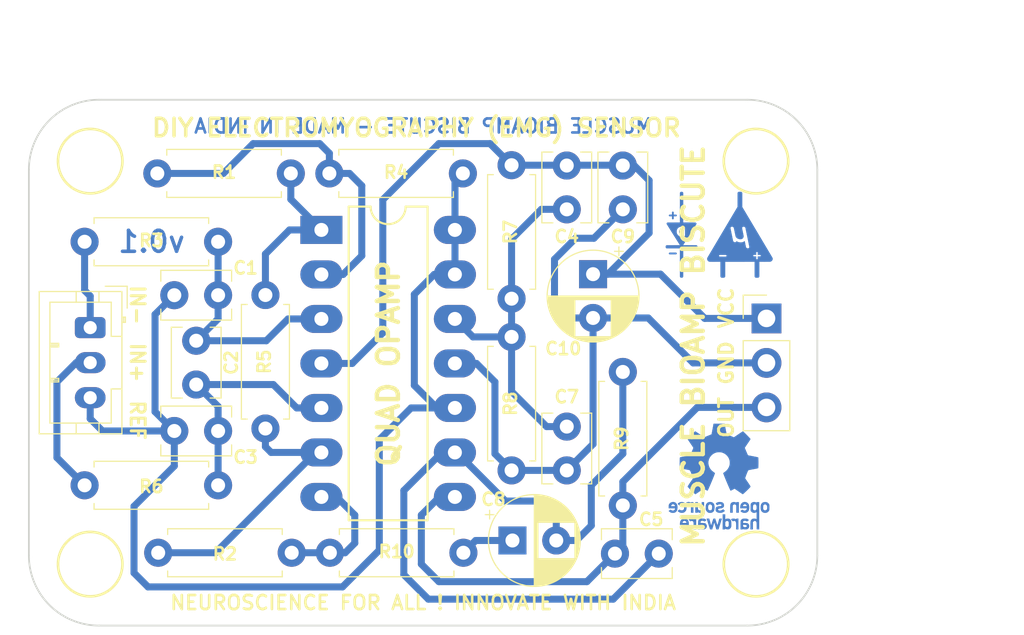
<source format=kicad_pcb>
(kicad_pcb (version 20211014) (generator pcbnew)
  (title_block (title "Muscle BioAmp BisCute") (date "2022-10-14") (rev "v0.1") (company "Upside Down Labs") (comment 1 "BandPass: 72 - 720 Hz") (comment 2 "Gain: x2420") (comment 3 "Quad OpAmp based BioAmp design") (comment 4 "Cute ElectroMyoGraphy (EMG) sensor"))
  (layers (0 "F.Cu" signal) (31 "B.Cu" signal) (34 "B.Paste" user) (35 "F.Paste" user) (36 "B.SilkS" user "B.Silkscreen") (37 "F.SilkS" user "F.Silkscreen") (38 "B.Mask" user) (39 "F.Mask" user) (44 "Edge.Cuts" user))
  (net 0 "")
  (net 1 "ampRef")
  (net 2 "inaIN-")
  (net 3 "inaIN+")
  (net 4 "+5V")
  (net 5 "Net-(C4-Pad1)")
  (net 6 "bpfOUT")
  (net 7 "Net-(C5-Pad1)")
  (net 8 "GND")
  (net 9 "Net-(C8-Pad1)")
  (net 10 "bioIN+")
  (net 11 "bioIN-")
  (net 12 "Net-(R1-Pad2)")
  (net 13 "Net-(R1-Pad1)")
  (net 14 "Net-(R2-Pad2)")
  (net 15 "inaOUT")
  (footprint "Capacitor_THT:C_Disc_D3.8mm_W2.6mm_P2.50mm" (layer "F.Cu") (at 129.68 88.805 180)
    (fp_text reference "C1")
    (fp_text value "1nF")
  )
  (footprint "Capacitor_THT:C_Disc_D3.8mm_W2.6mm_P2.50mm" (layer "F.Cu") (at 128.43 93.905 90)
    (fp_text reference "C2")
    (fp_text value "4.7nF")
  )
  (footprint "Capacitor_THT:C_Disc_D3.8mm_W2.6mm_P2.50mm" (layer "F.Cu") (at 127.18 96.555)
    (fp_text reference "C3")
    (fp_text value "1nF")
  )
  (footprint "Capacitor_THT:C_Disc_D3.8mm_W2.6mm_P2.50mm" (layer "F.Cu") (at 149.58 83.905 90)
    (fp_text reference "C4")
    (fp_text value "100nF")
  )
  (footprint "Capacitor_THT:C_Disc_D3.8mm_W2.6mm_P2.50mm" (layer "F.Cu") (at 154.83 103.555 180)
    (fp_text reference "C5")
    (fp_text value "1nF")
  )
  (footprint "Capacitor_THT:C_Disc_D3.8mm_W2.6mm_P2.50mm" (layer "F.Cu") (at 149.58 98.805 90)
    (fp_text reference "C7")
    (fp_text value "100nF")
  )
  (footprint "Capacitor_THT:CP_Radial_D5.0mm_P2.50mm" (layer "F.Cu") (at 146.48 102.805)
    (fp_text reference "C8")
    (fp_text value "2.2uF")
  )
  (footprint "Capacitor_THT:C_Disc_D3.8mm_W2.6mm_P2.50mm" (layer "F.Cu") (at 152.78 83.905 90)
    (fp_text reference "C9")
    (fp_text value "100nF")
  )
  (footprint "Capacitor_THT:CP_Radial_D5.0mm_P2.50mm" (layer "F.Cu") (at 151.08 87.605 -90)
    (fp_text reference "C10")
    (fp_text value "470uF")
  )
  (footprint "Connector_PinHeader_2.54mm:PinHeader_1x03_P2.54mm_Vertical" (layer "F.Cu") (at 160.98 90.13)
    (fp_text reference "J1" hide)
    (fp_text value "IO")
  )
  (footprint "Connector_JST:JST_PH_B3B-PH-K_1x03_P2.00mm_Vertical" (layer "F.Cu") (at 122.38 90.655 -90)
    (fp_text reference "J2" hide)
    (fp_text value "BioAmp_input")
  )
  (footprint "Resistor_THT:R_Axial_DIN0207_L6.3mm_D2.5mm_P7.62mm_Horizontal" (layer "F.Cu") (at 133.83 81.855 180)
    (fp_text reference "R1")
    (fp_text value "10k")
  )
  (footprint "Resistor_THT:R_Axial_DIN0207_L6.3mm_D2.5mm_P7.62mm_Horizontal" (layer "F.Cu") (at 133.88 103.505 180)
    (fp_text reference "R2")
    (fp_text value "100k")
  )
  (footprint "Resistor_THT:R_Axial_DIN0207_L6.3mm_D2.5mm_P7.62mm_Horizontal" (layer "F.Cu") (at 129.68 85.755 180)
    (fp_text reference "R3")
    (fp_text value "330R")
  )
  (footprint "Resistor_THT:R_Axial_DIN0207_L6.3mm_D2.5mm_P7.62mm_Horizontal" (layer "F.Cu") (at 136.03 81.855)
    (fp_text reference "R4")
    (fp_text value "100k")
  )
  (footprint "Resistor_THT:R_Axial_DIN0207_L6.3mm_D2.5mm_P7.62mm_Horizontal" (layer "F.Cu") (at 132.38 96.415 90)
    (fp_text reference "R5")
    (fp_text value "10k")
  )
  (footprint "Resistor_THT:R_Axial_DIN0207_L6.3mm_D2.5mm_P7.62mm_Horizontal" (layer "F.Cu") (at 129.68 99.655 180)
    (fp_text reference "R6")
    (fp_text value "330R")
  )
  (footprint "Resistor_THT:R_Axial_DIN0207_L6.3mm_D2.5mm_P7.62mm_Horizontal" (layer "F.Cu") (at 146.43 89.005 90)
    (fp_text reference "R7")
    (fp_text value "1M")
  )
  (footprint "Resistor_THT:R_Axial_DIN0207_L6.3mm_D2.5mm_P7.62mm_Horizontal" (layer "F.Cu") (at 146.43 98.805 90)
    (fp_text reference "R8")
    (fp_text value "1M")
  )
  (footprint "Resistor_THT:R_Axial_DIN0207_L6.3mm_D2.5mm_P7.62mm_Horizontal" (layer "F.Cu") (at 152.78 100.805 90)
    (fp_text reference "R9")
    (fp_text value "220k")
  )
  (footprint "Resistor_THT:R_Axial_DIN0207_L6.3mm_D2.5mm_P7.62mm_Horizontal" (layer "F.Cu") (at 143.68 103.505 180)
    (fp_text reference "R10")
    (fp_text value "1k")
  )
  (footprint "Package_DIP:DIP-14_W7.62mm_LongPads" (layer "F.Cu") (at 135.575 85.08)
    (fp_text reference "U1" hide)
    (fp_text value "Amp")
  )
  (footprint "MountingHole:MountingHole_2.2mm_M2" (layer "F.Cu") (at 160.38 104.155)
    (fp_text reference "H1" hide)
    (fp_text value "MountingHole")
  )
  (footprint "MountingHole:MountingHole_2.2mm_M2" (layer "F.Cu") (at 160.38 81.155)
    (fp_text reference "H2" hide)
    (fp_text value "MountingHole")
  )
  (footprint "MountingHole:MountingHole_2.2mm_M2" (layer "F.Cu") (at 122.38 104.155)
    (fp_text reference "H3" hide)
    (fp_text value "MountingHole")
  )
  (footprint "MountingHole:MountingHole_2.2mm_M2" (layer "F.Cu") (at 122.38 81.155)
    (fp_text reference "H4" hide)
    (fp_text value "MountingHole")
  )
  (footprint "Symbol:OSHW-Logo_5.7x6mm_Copper" (layer "B.Cu") (at 158.28 99.155 180)
    (fp_text reference "REF**" hide)
    (fp_text value "OSHW-Logo_5.7x6mm_Copper" hide)
  )
  (footprint "udlabs:UDL_Copper_6mm" (layer "B.Cu") (at 158.28 85.355 180)
    (fp_text reference "G***" hide)
    (fp_text value "LOGO" hide)
  )
  (gr_circle (center 122.38 104.155) (end 124.08 104.855) (layer "F.SilkS") (width 0.15) (fill none))
  (gr_circle (center 160.38 104.155) (end 162.08 104.855) (layer "F.SilkS") (width 0.15) (fill none))
  (gr_circle (center 160.38 81.155) (end 162.08 81.855) (layer "F.SilkS") (width 0.15) (fill none))
  (gr_circle (center 122.38 81.155) (end 124.08 81.855) (layer "F.SilkS") (width 0.15) (fill none))
  (gr_line (start 122.88 107.661573) (end 159.88 107.661573) (layer "Edge.Cuts") (width 0.1))
  (gr_arc (start 122.88 107.661573) (mid 120.051573 106.49) (end 118.88 103.661573) (layer "Edge.Cuts") (width 0.1))
  (gr_line (start 159.88 77.65) (end 122.88 77.65) (layer "Edge.Cuts") (width 0.1))
  (gr_arc (start 163.88 103.661573) (mid 162.708427 106.49) (end 159.88 107.661573) (layer "Edge.Cuts") (width 0.1))
  (gr_line (start 163.88 103.661573) (end 163.88 81.65) (layer "Edge.Cuts") (width 0.1))
  (gr_line (start 118.88 103.661573) (end 118.88 81.65) (layer "Edge.Cuts") (width 0.1))
  (gr_arc (start 159.88 77.65) (mid 162.708427 78.821573) (end 163.88 81.65) (layer "Edge.Cuts") (width 0.1))
  (gr_arc (start 118.88 81.65) (mid 120.051573 78.821573) (end 122.88 77.65) (layer "Edge.Cuts") (width 0.1))
  (gr_text "v0.1" (at 125.88 85.755) (layer "B.Cu") (effects (font (size 1.2 1.2) (thickness 0.2)) (justify mirror)))
  (gr_text "MUSCLE BIOAMP BISCUTE - MADE IN INDIA" (at 141.378864 79.155) (layer "B.Cu") (effects (font (size 0.8 0.8)) (justify mirror)))
  (gr_text "VCC" (at 158.68 89.532856 90) (layer "F.SilkS") (effects (font (size 0.8 0.8) (thickness 0.17))))
  (gr_text "OUT" (at 158.68 95.777144 90) (layer "F.SilkS") (effects (font (size 0.8 0.8) (thickness 0.17))))
  (gr_text "IN-" (at 125.08 89.369761 270) (layer "F.SilkS") (effects (font (size 0.8 0.8) (thickness 0.17))))
  (gr_text "IN+" (at 125.08 92.655 270) (layer "F.SilkS") (effects (font (size 0.8 0.8) (thickness 0.17))))
  (gr_text "REF" (at 125.08 95.940239 270) (layer "F.SilkS") (effects (font (size 0.8 0.8) (thickness 0.17))))
  (gr_text "DIY ELECTROMYOGRAPHY (EMG) SENSOR " (at 141.378864 79.255) (layer "F.SilkS") (effects (font (size 1 1) (thickness 0.2))))
  (gr_text "GND" (at 158.68 92.670001 90) (layer "F.SilkS") (effects (font (size 0.8 0.8) (thickness 0.17))))
  (gr_text "NEUROSCIENCE FOR ALL ! INNOVATE WITH INDIA" (at 141.38 106.355) (layer "F.SilkS") (effects (font (size 0.8 0.8))))
  (gr_text "QUAD OPAMP" (at 139.4 92.705 90) (layer "F.SilkS") (effects (font (size 1.2 1.2) (thickness 0.25))))
  (gr_text "MUSCLE BIOAMP BISCUTE" (at 156.8 91.7 90) (layer "F.SilkS") (effects (font (size 1.2 1.2) (thickness 0.25))))
  (segment (start 124.88 104.655) (end 125.68 105.455) (width 0.4) (layer "B.Cu") (net 1))
  (segment (start 136.78 105.455) (end 138.88 103.355) (width 0.4) (layer "B.Cu") (net 1))
  (segment (start 143.2 82.305) (end 143.65 81.855) (width 0.4) (layer "B.Cu") (net 1))
  (segment (start 138.88 103.355) (end 138.88 97.055) (width 0.4) (layer "B.Cu") (net 1))
  (segment (start 127.18 96.555) (end 127.18 98.555) (width 0.4) (layer "B.Cu") (net 1))
  (segment (start 122.38 95.855) (end 123.08 96.555) (width 0.4) (layer "B.Cu") (net 1))
  (segment (start 143.2 95.24) (end 142.165 95.24) (width 0.4) (layer "B.Cu") (net 1))
  (segment (start 127.18 88.805) (end 126.08 89.905) (width 0.4) (layer "B.Cu") (net 1))
  (segment (start 126.08 89.905) (end 126.08 95.455) (width 0.4) (layer "B.Cu") (net 1))
  (segment (start 140.88 88.755) (end 142.015 87.62) (width 0.4) (layer "B.Cu") (net 1))
  (segment (start 140.88 93.955) (end 140.88 88.755) (width 0.4) (layer "B.Cu") (net 1))
  (segment (start 125.68 105.455) (end 136.78 105.455) (width 0.4) (layer "B.Cu") (net 1))
  (segment (start 126.08 95.455) (end 127.18 96.555) (width 0.4) (layer "B.Cu") (net 1))
  (segment (start 122.38 94.655) (end 122.38 95.855) (width 0.4) (layer "B.Cu") (net 1))
  (segment (start 140.695 95.24) (end 143.2 95.24) (width 0.4) (layer "B.Cu") (net 1))
  (segment (start 143.2 85.08) (end 143.2 82.305) (width 0.4) (layer "B.Cu") (net 1))
  (segment (start 142.165 95.24) (end 140.88 93.955) (width 0.4) (layer "B.Cu") (net 1))
  (segment (start 127.18 98.555) (end 124.88 100.855) (width 0.4) (layer "B.Cu") (net 1))
  (segment (start 123.08 96.555) (end 127.18 96.555) (width 0.4) (layer "B.Cu") (net 1))
  (segment (start 143.2 85.08) (end 143.2 87.62) (width 0.4) (layer "B.Cu") (net 1))
  (segment (start 138.88 97.055) (end 140.695 95.24) (width 0.4) (layer "B.Cu") (net 1))
  (segment (start 124.88 100.855) (end 124.88 104.655) (width 0.4) (layer "B.Cu") (net 1))
  (segment (start 142.015 87.62) (end 143.2 87.62) (width 0.4) (layer "B.Cu") (net 1))
  (segment (start 132.43 91.405) (end 133.675 90.16) (width 0.4) (layer "B.Cu") (net 2))
  (segment (start 129.68 85.755) (end 129.68 88.805) (width 0.4) (layer "B.Cu") (net 2))
  (segment (start 133.675 90.16) (end 135.58 90.16) (width 0.4) (layer "B.Cu") (net 2))
  (segment (start 129.68 88.805) (end 129.68 90.155) (width 0.4) (layer "B.Cu") (net 2))
  (segment (start 128.43 91.405) (end 132.43 91.405) (width 0.4) (layer "B.Cu") (net 2))
  (segment (start 129.68 90.155) (end 128.43 91.405) (width 0.4) (layer "B.Cu") (net 2))
  (segment (start 134.165 95.24) (end 135.58 95.24) (width 0.4) (layer "B.Cu") (net 3))
  (segment (start 128.43 93.905) (end 132.83 93.905) (width 0.4) (layer "B.Cu") (net 3))
  (segment (start 132.83 93.905) (end 134.165 95.24) (width 0.4) (layer "B.Cu") (net 3))
  (segment (start 129.68 95.155) (end 128.43 93.905) (width 0.4) (layer "B.Cu") (net 3))
  (segment (start 129.68 96.555) (end 129.68 99.655) (width 0.4) (layer "B.Cu") (net 3))
  (segment (start 129.68 96.555) (end 129.68 95.155) (width 0.4) (layer "B.Cu") (net 3))
  (segment (start 137.335 92.7) (end 135.58 92.7) (width 0.4) (layer "B.Cu") (net 4))
  (segment (start 154.28 82.255) (end 154.28 85.255) (width 0.4) (layer "B.Cu") (net 4))
  (segment (start 152.78 81.405) (end 153.43 81.405) (width 0.4) (layer "B.Cu") (net 4))
  (segment (start 153.43 81.405) (end 154.28 82.255) (width 0.4) (layer "B.Cu") (net 4))
  (segment (start 146.43 81.385) (end 152.76 81.385) (width 0.4) (layer "B.Cu") (net 4))
  (segment (start 142.28 80.155) (end 139.08 83.355) (width 0.4) (layer "B.Cu") (net 4))
  (segment (start 154.28 85.255) (end 151.93 87.605) (width 0.4) (layer "B.Cu") (net 4))
  (segment (start 154.93 87.605) (end 157.455 90.13) (width 0.4) (layer "B.Cu") (net 4))
  (segment (start 151.08 87.605) (end 154.93 87.605) (width 0.4) (layer "B.Cu") (net 4))
  (segment (start 139.08 90.955) (end 137.335 92.7) (width 0.4) (layer "B.Cu") (net 4))
  (segment (start 152.76 81.385) (end 152.78 81.405) (width 0.4) (layer "B.Cu") (net 4))
  (segment (start 151.93 87.605) (end 151.08 87.605) (width 0.4) (layer "B.Cu") (net 4))
  (segment (start 157.455 90.13) (end 160.98 90.13) (width 0.4) (layer "B.Cu") (net 4))
  (segment (start 146.43 81.385) (end 145.2 80.155) (width 0.4) (layer "B.Cu") (net 4))
  (segment (start 145.2 80.155) (end 142.28 80.155) (width 0.4) (layer "B.Cu") (net 4))
  (segment (start 139.08 83.355) (end 139.08 90.955) (width 0.4) (layer "B.Cu") (net 4))
  (segment (start 146.43 94.305) (end 146.43 91.185) (width 0.4) (layer "B.Cu") (net 5))
  (segment (start 149.58 83.905) (end 148.13 83.905) (width 0.4) (layer "B.Cu") (net 5))
  (segment (start 149.58 96.305) (end 148.43 96.305) (width 0.4) (layer "B.Cu") (net 5))
  (segment (start 148.13 83.905) (end 146.43 85.605) (width 0.4) (layer "B.Cu") (net 5))
  (segment (start 148.43 96.305) (end 146.43 94.305) (width 0.4) (layer "B.Cu") (net 5))
  (segment (start 146.43 89.005) (end 146.43 91.185) (width 0.4) (layer "B.Cu") (net 5))
  (segment (start 146.43 85.605) (end 146.43 89.005) (width 0.4) (layer "B.Cu") (net 5))
  (segment (start 146.43 91.185) (end 144.225 91.185) (width 0.4) (layer "B.Cu") (net 5))
  (segment (start 144.225 91.185) (end 143.2 90.16) (width 0.4) (layer "B.Cu") (net 5))
  (segment (start 141.28 101.355) (end 141.28 104.155) (width 0.4) (layer "B.Cu") (net 6))
  (segment (start 142.28 105.155) (end 150.73 105.155) (width 0.4) (layer "B.Cu") (net 6))
  (segment (start 157.025 95.21) (end 160.98 95.21) (width 0.4) (layer "B.Cu") (net 6))
  (segment (start 152.78 99.455) (end 157.025 95.21) (width 0.4) (layer "B.Cu") (net 6))
  (segment (start 150.73 105.155) (end 152.33 103.555) (width 0.4) (layer "B.Cu") (net 6))
  (segment (start 152.78 103.105) (end 152.33 103.555) (width 0.4) (layer "B.Cu") (net 6))
  (segment (start 142.315 100.32) (end 141.28 101.355) (width 0.4) (layer "B.Cu") (net 6))
  (segment (start 152.78 100.805) (end 152.78 103.105) (width 0.4) (layer "B.Cu") (net 6))
  (segment (start 141.28 104.155) (end 142.28 105.155) (width 0.4) (layer "B.Cu") (net 6))
  (segment (start 152.78 100.805) (end 152.78 99.455) (width 0.4) (layer "B.Cu") (net 6))
  (segment (start 143.2 100.32) (end 142.315 100.32) (width 0.4) (layer "B.Cu") (net 6))
  (segment (start 152.23 106.155) (end 141.68 106.155) (width 0.4) (layer "B.Cu") (net 7))
  (segment (start 140.28 99.955) (end 140.28 104.755) (width 0.4) (layer "B.Cu") (net 7))
  (segment (start 147.88 100.555) (end 148.98 101.655) (width 0.4) (layer "B.Cu") (net 7))
  (segment (start 150.98 101.955) (end 150.13 102.805) (width 0.4) (layer "B.Cu") (net 7))
  (segment (start 152.78 93.185) (end 152.78 97.855) (width 0.4) (layer "B.Cu") (net 7))
  (segment (start 152.78 97.855) (end 150.98 99.655) (width 0.4) (layer "B.Cu") (net 7))
  (segment (start 142.455 97.78) (end 140.28 99.955) (width 0.4) (layer "B.Cu") (net 7))
  (segment (start 148.98 101.655) (end 148.98 102.805) (width 0.4) (layer "B.Cu") (net 7))
  (segment (start 143.305 97.78) (end 146.08 100.555) (width 0.4) (layer "B.Cu") (net 7))
  (segment (start 150.98 99.655) (end 150.98 101.955) (width 0.4) (layer "B.Cu") (net 7))
  (segment (start 154.83 103.555) (end 152.23 106.155) (width 0.4) (layer "B.Cu") (net 7))
  (segment (start 150.13 102.805) (end 148.98 102.805) (width 0.4) (layer "B.Cu") (net 7))
  (segment (start 146.08 100.555) (end 147.88 100.555) (width 0.4) (layer "B.Cu") (net 7))
  (segment (start 140.28 104.755) (end 141.68 106.155) (width 0.4) (layer "B.Cu") (net 7))
  (segment (start 143.2 97.78) (end 143.305 97.78) (width 0.4) (layer "B.Cu") (net 7))
  (segment (start 143.2 97.78) (end 142.455 97.78) (width 0.4) (layer "B.Cu") (net 7))
  (segment (start 152.78 83.905) (end 151.13 85.555) (width 0.4) (layer "B.Cu") (net 8))
  (segment (start 151.08 90.105) (end 151.08 97.305) (width 0.4) (layer "B.Cu") (net 8))
  (segment (start 145.48 93.755) (end 145.48 97.855) (width 0.4) (layer "B.Cu") (net 8))
  (segment (start 151.08 90.105) (end 154.23 90.105) (width 0.4) (layer "B.Cu") (net 8))
  (segment (start 148.88 89.155) (end 149.83 90.105) (width 0.4) (layer "B.Cu") (net 8))
  (segment (start 146.43 98.805) (end 149.58 98.805) (width 0.4) (layer "B.Cu") (net 8))
  (segment (start 156.795 92.67) (end 160.98 92.67) (width 0.4) (layer "B.Cu") (net 8))
  (segment (start 144.425 92.7) (end 145.48 93.755) (width 0.4) (layer "B.Cu") (net 8))
  (segment (start 148.88 86.755) (end 148.88 89.155) (width 0.4) (layer "B.Cu") (net 8))
  (segment (start 154.23 90.105) (end 156.795 92.67) (width 0.4) (layer "B.Cu") (net 8))
  (segment (start 143.2 92.7) (end 144.425 92.7) (width 0.4) (layer "B.Cu") (net 8))
  (segment (start 145.48 97.855) (end 146.43 98.805) (width 0.4) (layer "B.Cu") (net 8))
  (segment (start 151.13 85.555) (end 150.08 85.555) (width 0.4) (layer "B.Cu") (net 8))
  (segment (start 149.83 90.105) (end 151.08 90.105) (width 0.4) (layer "B.Cu") (net 8))
  (segment (start 150.08 85.555) (end 148.88 86.755) (width 0.4) (layer "B.Cu") (net 8))
  (segment (start 151.08 97.305) (end 149.58 98.805) (width 0.4) (layer "B.Cu") (net 8))
  (segment (start 144.38 102.805) (end 143.68 103.505) (width 0.4) (layer "B.Cu") (net 9))
  (segment (start 146.48 102.805) (end 144.38 102.805) (width 0.4) (layer "B.Cu") (net 9))
  (segment (start 122.38 92.655) (end 121.58 92.655) (width 0.4) (layer "B.Cu") (net 10))
  (segment (start 120.48 98.075) (end 122.06 99.655) (width 0.4) (layer "B.Cu") (net 10))
  (segment (start 121.58 92.655) (end 120.48 93.755) (width 0.4) (layer "B.Cu") (net 10))
  (segment (start 120.48 93.755) (end 120.48 98.075) (width 0.4) (layer "B.Cu") (net 10))
  (segment (start 122.38 88.855) (end 122.06 88.535) (width 0.4) (layer "B.Cu") (net 11))
  (segment (start 122.06 88.535) (end 122.06 85.755) (width 0.4) (layer "B.Cu") (net 11))
  (segment (start 122.38 90.655) (end 122.38 88.855) (width 0.4) (layer "B.Cu") (net 11))
  (segment (start 137.88 86.555) (end 136.815 87.62) (width 0.4) (layer "B.Cu") (net 12))
  (segment (start 136.03 80.705) (end 136.03 81.855) (width 0.4) (layer "B.Cu") (net 12))
  (segment (start 137.18 81.855) (end 137.88 82.555) (width 0.4) (layer "B.Cu") (net 12))
  (segment (start 135.48 80.155) (end 136.03 80.705) (width 0.4) (layer "B.Cu") (net 12))
  (segment (start 136.815 87.62) (end 135.58 87.62) (width 0.4) (layer "B.Cu") (net 12))
  (segment (start 129.98 81.855) (end 131.68 80.155) (width 0.4) (layer "B.Cu") (net 12))
  (segment (start 131.68 80.155) (end 135.48 80.155) (width 0.4) (layer "B.Cu") (net 12))
  (segment (start 137.88 82.555) (end 137.88 86.555) (width 0.4) (layer "B.Cu") (net 12))
  (segment (start 136.03 81.855) (end 137.18 81.855) (width 0.4) (layer "B.Cu") (net 12))
  (segment (start 126.21 81.855) (end 129.98 81.855) (width 0.4) (layer "B.Cu") (net 12))
  (segment (start 132.38 88.795) (end 132.38 86.455) (width 0.4) (layer "B.Cu") (net 13))
  (segment (start 133.755 85.08) (end 135.58 85.08) (width 0.4) (layer "B.Cu") (net 13))
  (segment (start 133.83 83.33) (end 135.58 85.08) (width 0.4) (layer "B.Cu") (net 13))
  (segment (start 132.38 86.455) (end 133.755 85.08) (width 0.4) (layer "B.Cu") (net 13))
  (segment (start 133.83 81.855) (end 133.83 83.33) (width 0.4) (layer "B.Cu") (net 13))
  (segment (start 132.38 96.415) (end 132.38 97.455) (width 0.4) (layer "B.Cu") (net 14))
  (segment (start 135.58 97.78) (end 135.255 97.78) (width 0.4) (layer "B.Cu") (net 14))
  (segment (start 132.38 97.455) (end 132.705 97.78) (width 0.4) (layer "B.Cu") (net 14))
  (segment (start 135.255 97.78) (end 129.53 103.505) (width 0.4) (layer "B.Cu") (net 14))
  (segment (start 129.53 103.505) (end 126.26 103.505) (width 0.4) (layer "B.Cu") (net 14))
  (segment (start 132.705 97.78) (end 135.58 97.78) (width 0.4) (layer "B.Cu") (net 14))
  (segment (start 136.445 100.32) (end 137.48 101.355) (width 0.4) (layer "B.Cu") (net 15))
  (segment (start 137.48 102.955) (end 136.93 103.505) (width 0.4) (layer "B.Cu") (net 15))
  (segment (start 135.58 100.32) (end 136.445 100.32) (width 0.4) (layer "B.Cu") (net 15))
  (segment (start 137.48 101.355) (end 137.48 102.955) (width 0.4) (layer "B.Cu") (net 15))
  (segment (start 136.93 103.505) (end 136.06 103.505) (width 0.4) (layer "B.Cu") (net 15))
  (segment (start 133.88 103.505) (end 136.06 103.505) (width 0.4) (layer "B.Cu") (net 15))
)
</source>
